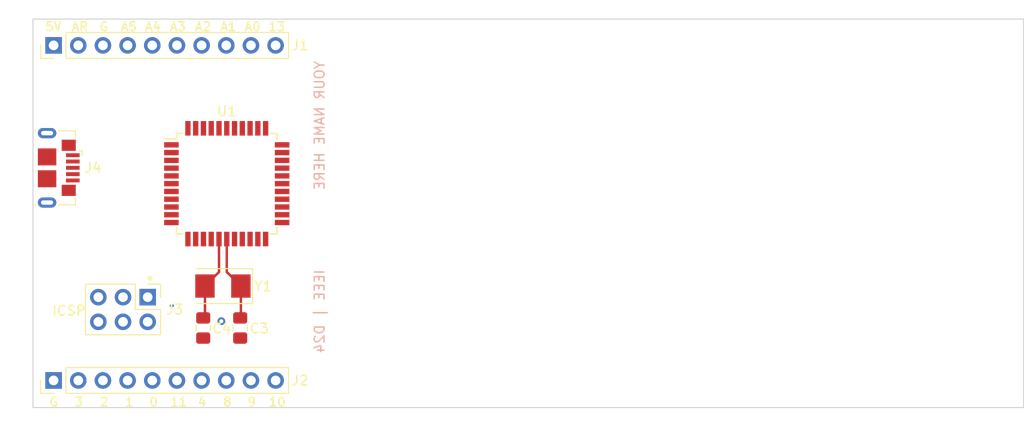
<source format=kicad_pcb>
(kicad_pcb (version 20221018) (generator pcbnew)
  (layers (0 "F.Cu" signal) (31 "B.Cu" signal) (34 "B.Paste" user) (35 "F.Paste" user) (36 "B.SilkS" user "B.Silkscreen") (37 "F.SilkS" user "F.Silkscreen") (38 "B.Mask" user) (39 "F.Mask" user) (44 "Edge.Cuts" user))
  (net 0 "")
  (net 1 "+5V")
  (net 2 "GND")
  (net 3 "Net-(U1-XTAL1)")
  (net 4 "Net-(U1-XTAL2)")
  (net 5 "Net-(U1-UCAP)")
  (net 6 "/TXLED")
  (net 7 "/RXLED")
  (net 8 "/MISO")
  (net 9 "/SCK")
  (net 10 "/MOSI")
  (net 11 "/RESET")
  (net 12 "Net-(J4-VBUS)")
  (net 13 "/U_D-")
  (net 14 "/U_D+")
  (net 17 "/D+")
  (net 18 "/D-")
  (net 19 "/LED_DIN")
  (net 20 "/AREF")
  (net 21 "/A0")
  (net 22 "/A1")
  (net 23 "/A2")
  (net 24 "/A3")
  (net 25 "/A4")
  (net 26 "/A5")
  (net 28 "/D13")
  (net 29 "/D3")
  (net 30 "/D2")
  (net 31 "/D0")
  (net 32 "/D1")
  (net 33 "/D4")
  (net 34 "/D11")
  (net 36 "/D8")
  (net 37 "/D9")
  (net 39 "/D10")
  (footprint "LOGO" (layer "F.Cu") (at 125.95 162)
    (fp_text reference "G***" hide)
    (fp_text value "LOGO" hide)
  )
  (footprint "Capacitor_SMD:C_0805_2012Metric_Pad1.18x1.45mm_HandSolder" (layer "F.Cu") (at 69.342 157.099 -90)
    (fp_text reference "C3" (at 0.051 -1.958 -180) (layer "F.SilkS"))
    (fp_text value "22pF")
    (fp_line (start -0.261252 -0.735) (end 0.261252 -0.735) (stroke (width 0.12)) (layer "F.SilkS"))
    (fp_line (start -0.261252 0.735) (end 0.261252 0.735) (stroke (width 0.12)) (layer "F.SilkS"))
    (pad "1" smd roundrect (at -1.0375 0 270) (size 1.175 1.45) (layers "F.Cu" "F.Paste" "F.Mask") (roundrect_rratio 0.2127659574) (net 3 "Net-(U1-XTAL1)"))
    (pad "2" smd roundrect (at 1.0375 0 270) (size 1.175 1.45) (layers "F.Cu" "F.Paste" "F.Mask") (roundrect_rratio 0.2127659574) (net 2 "GND"))
  )
  (footprint "Connector_PinHeader_2.54mm:PinHeader_2x03_P2.54mm_Vertical" (layer "F.Cu") (at 59.817 153.924 -90)
    (fp_text reference "J3" (at 1.276 -2.783 -180) (layer "F.SilkS"))
    (fp_text value "ICSP")
    (fp_line (start -1.33 -1.33) (end 0 -1.33) (stroke (width 0.12)) (layer "F.SilkS"))
    (fp_line (start -1.33 0) (end -1.33 -1.33) (stroke (width 0.12)) (layer "F.SilkS"))
    (fp_line (start -1.33 1.27) (end -1.33 6.41) (stroke (width 0.12)) (layer "F.SilkS"))
    (fp_line (start -1.33 1.27) (end 1.27 1.27) (stroke (width 0.12)) (layer "F.SilkS"))
    (fp_line (start -1.33 6.41) (end 3.87 6.41) (stroke (width 0.12)) (layer "F.SilkS"))
    (fp_line (start 1.27 -1.33) (end 3.87 -1.33) (stroke (width 0.12)) (layer "F.SilkS"))
    (fp_line (start 1.27 1.27) (end 1.27 -1.33) (stroke (width 0.12)) (layer "F.SilkS"))
    (fp_line (start 3.87 -1.33) (end 3.87 6.41) (stroke (width 0.12)) (layer "F.SilkS"))
    (pad "1" thru_hole rect locked (at 0 0 270) (size 1.7 1.7) (drill 1) (layers "*.Cu" "*.Mask") (net 8 "/MISO"))
    (pad "2" thru_hole oval locked (at 2.54 0 270) (size 1.7 1.7) (drill 1) (layers "*.Cu" "*.Mask") (net 1 "+5V"))
    (pad "3" thru_hole oval locked (at 0 2.54 270) (size 1.7 1.7) (drill 1) (layers "*.Cu" "*.Mask") (net 9 "/SCK"))
    (pad "4" thru_hole oval locked (at 2.54 2.54 270) (size 1.7 1.7) (drill 1) (layers "*.Cu" "*.Mask") (net 10 "/MOSI"))
    (pad "5" thru_hole oval locked (at 0 5.08 270) (size 1.7 1.7) (drill 1) (layers "*.Cu" "*.Mask") (net 11 "/RESET"))
    (pad "6" thru_hole oval locked (at 2.54 5.08 270) (size 1.7 1.7) (drill 1) (layers "*.Cu" "*.Mask") (net 2 "GND"))
  )
  (footprint "Crystal:Crystal_SMD_5032-2Pin_5.0x3.2mm" (layer "F.Cu") (at 67.564 152.781 180)
    (fp_text reference "Y1" (at -4.136 -0.019) (layer "F.SilkS"))
    (fp_text value "16MHz")
    (fp_line (start -3.05 -1.8) (end -3.05 1.8) (stroke (width 0.12)) (layer "F.SilkS"))
    (fp_line (start -3.05 1.8) (end 2.7 1.8) (stroke (width 0.12)) (layer "F.SilkS"))
    (fp_line (start 2.7 -1.8) (end -3.05 -1.8) (stroke (width 0.12)) (layer "F.SilkS"))
    (pad "1" smd rect (at -1.85 0 180) (size 2 2.4) (layers "F.Cu" "F.Paste" "F.Mask") (net 3 "Net-(U1-XTAL1)"))
    (pad "2" smd rect (at 1.85 0 180) (size 2 2.4) (layers "F.Cu" "F.Paste" "F.Mask") (net 4 "Net-(U1-XTAL2)"))
  )
  (footprint "Connector_PinHeader_2.54mm:PinHeader_1x10_P2.54mm_Vertical" (layer "F.Cu") (at 50.13 128 90)
    (fp_text reference "J1" (at 0 25.37 180) (layer "F.SilkS"))
    (fp_text value "Conn_01x10")
    (fp_line (start -1.33 -1.33) (end 0 -1.33) (stroke (width 0.12)) (layer "F.SilkS"))
    (fp_line (start -1.33 0) (end -1.33 -1.33) (stroke (width 0.12)) (layer "F.SilkS"))
    (fp_line (start -1.33 1.27) (end -1.33 24.19) (stroke (width 0.12)) (layer "F.SilkS"))
    (fp_line (start -1.33 1.27) (end 1.33 1.27) (stroke (width 0.12)) (layer "F.SilkS"))
    (fp_line (start -1.33 24.19) (end 1.33 24.19) (stroke (width 0.12)) (layer "F.SilkS"))
    (fp_line (start 1.33 1.27) (end 1.33 24.19) (stroke (width 0.12)) (layer "F.SilkS"))
    (pad "1" thru_hole rect locked (at 0 0 90) (size 1.7 1.7) (drill 1) (layers "*.Cu" "*.Mask") (net 1 "+5V"))
    (pad "2" thru_hole oval locked (at 0 2.54 90) (size 1.7 1.7) (drill 1) (layers "*.Cu" "*.Mask") (net 20 "/AREF"))
    (pad "3" thru_hole oval locked (at 0 5.08 90) (size 1.7 1.7) (drill 1) (layers "*.Cu" "*.Mask") (net 2 "GND"))
    (pad "4" thru_hole oval locked (at 0 7.62 90) (size 1.7 1.7) (drill 1) (layers "*.Cu" "*.Mask") (net 26 "/A5"))
    (pad "5" thru_hole oval locked (at 0 10.16 90) (size 1.7 1.7) (drill 1) (layers "*.Cu" "*.Mask") (net 25 "/A4"))
    (pad "6" thru_hole oval locked (at 0 12.7 90) (size 1.7 1.7) (drill 1) (layers "*.Cu" "*.Mask") (net 24 "/A3"))
    (pad "7" thru_hole oval locked (at 0 15.24 90) (size 1.7 1.7) (drill 1) (layers "*.Cu" "*.Mask") (net 23 "/A2"))
    (pad "8" thru_hole oval locked (at 0 17.78 90) (size 1.7 1.7) (drill 1) (layers "*.Cu" "*.Mask") (net 22 "/A1"))
    (pad "9" thru_hole oval locked (at 0 20.32 90) (size 1.7 1.7) (drill 1) (layers "*.Cu" "*.Mask") (net 21 "/A0"))
    (pad "10" thru_hole oval locked (at 0 22.86 90) (size 1.7 1.7) (drill 1) (layers "*.Cu" "*.Mask") (net 28 "/D13"))
  )
  (footprint "LOGO" (layer "F.Cu") (at 142.15 161.8)
    (fp_text reference "G***" hide)
    (fp_text value "LOGO" hide)
  )
  (footprint "Capacitor_SMD:C_0805_2012Metric_Pad1.18x1.45mm_HandSolder" (layer "F.Cu") (at 65.532 157.099 -90)
    (fp_text reference "C4" (at 0.051 -1.918 -180) (layer "F.SilkS"))
    (fp_text value "22pF")
    (fp_line (start -0.261252 -0.735) (end 0.261252 -0.735) (stroke (width 0.12)) (layer "F.SilkS"))
    (fp_line (start -0.261252 0.735) (end 0.261252 0.735) (stroke (width 0.12)) (layer "F.SilkS"))
    (pad "1" smd roundrect (at -1.0375 0 270) (size 1.175 1.45) (layers "F.Cu" "F.Paste" "F.Mask") (roundrect_rratio 0.2127659574) (net 4 "Net-(U1-XTAL2)"))
    (pad "2" smd roundrect (at 1.0375 0 270) (size 1.175 1.45) (layers "F.Cu" "F.Paste" "F.Mask") (roundrect_rratio 0.2127659574) (net 2 "GND"))
  )
  (footprint "Connector_PinHeader_2.54mm:PinHeader_1x10_P2.54mm_Vertical" (layer "F.Cu") (at 50.13 162.5 90)
    (fp_text reference "J2" (at 0 25.37) (layer "F.SilkS"))
    (fp_text value "Conn_01x10")
    (fp_line (start -1.33 -1.33) (end 0 -1.33) (stroke (width 0.12)) (layer "F.SilkS"))
    (fp_line (start -1.33 0) (end -1.33 -1.33) (stroke (width 0.12)) (layer "F.SilkS"))
    (fp_line (start -1.33 1.27) (end -1.33 24.19) (stroke (width 0.12)) (layer "F.SilkS"))
    (fp_line (start -1.33 1.27) (end 1.33 1.27) (stroke (width 0.12)) (layer "F.SilkS"))
    (fp_line (start -1.33 24.19) (end 1.33 24.19) (stroke (width 0.12)) (layer "F.SilkS"))
    (fp_line (start 1.33 1.27) (end 1.33 24.19) (stroke (width 0.12)) (layer "F.SilkS"))
    (pad "1" thru_hole rect locked (at 0 0 90) (size 1.7 1.7) (drill 1) (layers "*.Cu" "*.Mask") (net 2 "GND"))
    (pad "2" thru_hole oval locked (at 0 2.54 90) (size 1.7 1.7) (drill 1) (layers "*.Cu" "*.Mask") (net 29 "/D3"))
    (pad "3" thru_hole oval locked (at 0 5.08 90) (size 1.7 1.7) (drill 1) (layers "*.Cu" "*.Mask") (net 30 "/D2"))
    (pad "4" thru_hole oval locked (at 0 7.62 90) (size 1.7 1.7) (drill 1) (layers "*.Cu" "*.Mask") (net 32 "/D1"))
    (pad "5" thru_hole oval locked (at 0 10.16 90) (size 1.7 1.7) (drill 1) (layers "*.Cu" "*.Mask") (net 31 "/D0"))
    (pad "6" thru_hole oval locked (at 0 12.7 90) (size 1.7 1.7) (drill 1) (layers "*.Cu" "*.Mask") (net 34 "/D11"))
    (pad "7" thru_hole oval locked (at 0 15.24 90) (size 1.7 1.7) (drill 1) (layers "*.Cu" "*.Mask") (net 33 "/D4"))
    (pad "8" thru_hole oval locked (at 0 17.78 90) (size 1.7 1.7) (drill 1) (layers "*.Cu" "*.Mask") (net 36 "/D8"))
    (pad "9" thru_hole oval locked (at 0 20.32 90) (size 1.7 1.7) (drill 1) (layers "*.Cu" "*.Mask") (net 37 "/D9"))
    (pad "10" thru_hole oval locked (at 0 22.86 90) (size 1.7 1.7) (drill 1) (layers "*.Cu" "*.Mask") (net 39 "/D10"))
  )
  (footprint "Connector_USB:USB_Micro-B_GCT_USB3076-30-A" (layer "F.Cu") (at 50.659 140.607 -90)
    (fp_text reference "J4" (at -0.007 -3.541 -180) (layer "F.SilkS"))
    (fp_text value "USB_B_Micro")
    (fp_line (start -3.81 -1.71) (end -3.15 -1.71) (stroke (width 0.12)) (layer "F.SilkS"))
    (fp_line (start -3.81 0.02) (end -3.81 -1.71) (stroke (width 0.12)) (layer "F.SilkS"))
    (fp_line (start -3.81 2.59) (end -3.81 2.38) (stroke (width 0.12)) (layer "F.SilkS"))
    (fp_line (start -1.76 -2.41) (end -1.76 -2.02) (stroke (width 0.12)) (layer "F.SilkS"))
    (fp_line (start -1.76 -2.41) (end -1.31 -2.41) (stroke (width 0.12)) (layer "F.SilkS"))
    (fp_line (start 3.81 -1.71) (end 3.16 -1.71) (stroke (width 0.12)) (layer "F.SilkS"))
    (fp_line (start 3.81 0.02) (end 3.81 -1.71) (stroke (width 0.12)) (layer "F.SilkS"))
    (fp_line (start 3.81 2.59) (end 3.81 2.38) (stroke (width 0.12)) (layer "F.SilkS"))
    (pad "1" smd rect locked (at -1.3 -1.45 270) (size 0.4 1.4) (layers "F.Cu" "F.Paste" "F.Mask") (net 12 "Net-(J4-VBUS)"))
    (pad "2" smd rect locked (at -0.65 -1.45 270) (size 0.4 1.4) (layers "F.Cu" "F.Paste" "F.Mask") (net 13 "/U_D-"))
    (pad "3" smd rect locked (at 0 -1.45 270) (size 0.4 1.4) (layers "F.Cu" "F.Paste" "F.Mask") (net 14 "/U_D+"))
    (pad "4" smd rect locked (at 0.65 -1.45 270) (size 0.4 1.4) (layers "F.Cu" "F.Paste" "F.Mask"))
    (pad "5" smd rect locked (at 1.3 -1.45 270) (size 0.4 1.4) (layers "F.Cu" "F.Paste" "F.Mask") (net 2 "GND"))
    (pad "6" thru_hole oval locked (at -3.575 1.2 90) (size 1.05 1.9) (drill oval 0.45 1.25) (layers "*.Cu" "*.Mask"))
    (pad "6" smd rect locked (at -2.32 -1.03 270) (size 1.15 1.45) (layers "F.Cu" "F.Paste" "F.Mask"))
    (pad "6" smd rect locked (at -1.125 1.2 270) (size 1.75 1.9) (layers "F.Cu" "F.Paste" "F.Mask"))
    (pad "6" smd rect locked (at 1.125 1.2 270) (size 1.75 1.9) (layers "F.Cu" "F.Paste" "F.Mask"))
    (pad "6" smd rect locked (at 2.32 -1.03 270) (size 1.15 1.45) (layers "F.Cu" "F.Paste" "F.Mask"))
    (pad "6" thru_hole oval locked (at 3.575 1.2 270) (size 1.05 1.9) (drill oval 0.45 1.25) (layers "*.Cu" "*.Mask"))
  )
  (footprint "Package_QFP:TQFP-44_10x10mm_P0.8mm" (layer "F.Cu") (at 67.96 142.24)
    (fp_text reference "U1" (at 0 -7.45) (layer "F.SilkS"))
    (fp_text value "ATmega32U4-A")
    (fp_line (start -5.175 -5.175) (end -5.175 -4.6) (stroke (width 0.15)) (layer "F.SilkS"))
    (fp_line (start -5.175 -5.175) (end -4.5 -5.175) (stroke (width 0.15)) (layer "F.SilkS"))
    (fp_line (start -5.175 -4.6) (end -6.45 -4.6) (stroke (width 0.15)) (layer "F.SilkS"))
    (fp_line (start -5.175 5.175) (end -5.175 4.5) (stroke (width 0.15)) (layer "F.SilkS"))
    (fp_line (start -5.175 5.175) (end -4.5 5.175) (stroke (width 0.15)) (layer "F.SilkS"))
    (fp_line (start 5.175 -5.175) (end 4.5 -5.175) (stroke (width 0.15)) (layer "F.SilkS"))
    (fp_line (start 5.175 -5.175) (end 5.175 -4.5) (stroke (width 0.15)) (layer "F.SilkS"))
    (fp_line (start 5.175 5.175) (end 4.5 5.175) (stroke (width 0.15)) (layer "F.SilkS"))
    (fp_line (start 5.175 5.175) (end 5.175 4.5) (stroke (width 0.15)) (layer "F.SilkS"))
    (pad "1" smd rect locked (at -5.7 -4) (size 1.5 0.55) (layers "F.Cu" "F.Paste" "F.Mask"))
    (pad "2" smd rect locked (at -5.7 -3.2) (size 1.5 0.55) (layers "F.Cu" "F.Paste" "F.Mask") (net 1 "+5V"))
    (pad "3" smd rect locked (at -5.7 -2.4) (size 1.5 0.55) (layers "F.Cu" "F.Paste" "F.Mask") (net 18 "/D-"))
    (pad "4" smd rect locked (at -5.7 -1.6) (size 1.5 0.55) (layers "F.Cu" "F.Paste" "F.Mask") (net 17 "/D+"))
    (pad "5" smd rect locked (at -5.7 -0.8) (size 1.5 0.55) (layers "F.Cu" "F.Paste" "F.Mask") (net 2 "GND"))
    (pad "6" smd rect locked (at -5.7 0) (size 1.5 0.55) (layers "F.Cu" "F.Paste" "F.Mask") (net 5 "Net-(U1-UCAP)"))
    (pad "7" smd rect locked (at -5.7 0.8) (size 1.5 0.55) (layers "F.Cu" "F.Paste" "F.Mask") (net 1 "+5V"))
    (pad "8" smd rect locked (at -5.7 1.6) (size 1.5 0.55) (layers "F.Cu" "F.Paste" "F.Mask") (net 7 "/RXLED"))
    (pad "9" smd rect locked (at -5.7 2.4) (size 1.5 0.55) (layers "F.Cu" "F.Paste" "F.Mask") (net 9 "/SCK"))
    (pad "10" smd rect locked (at -5.7 3.2) (size 1.5 0.55) (layers "F.Cu" "F.Paste" "F.Mask") (net 10 "/MOSI"))
    (pad "11" smd rect locked (at -5.7 4) (size 1.5 0.55) (layers "F.Cu" "F.Paste" "F.Mask") (net 8 "/MISO"))
    (pad "12" smd rect locked (at -4 5.7 90) (size 1.5 0.55) (layers "F.Cu" "F.Paste" "F.Mask") (net 34 "/D11"))
    (pad "13" smd rect locked (at -3.2 5.7 90) (size 1.5 0.55) (layers "F.Cu" "F.Paste" "F.Mask") (net 11 "/RESET"))
    (pad "14" smd rect locked (at -2.4 5.7 90) (size 1.5 0.55) (layers "F.Cu" "F.Paste" "F.Mask") (net 1 "+5V"))
    (pad "15" smd rect locked (at -1.6 5.7 90) (size 1.5 0.55) (layers "F.Cu" "F.Paste" "F.Mask") (net 2 "GND"))
    (pad "16" smd rect locked (at -0.8 5.7 90) (size 1.5 0.55) (layers "F.Cu" "F.Paste" "F.Mask") (net 4 "Net-(U1-XTAL2)"))
    (pad "17" smd rect locked (at 0 5.7 90) (size 1.5 0.55) (layers "F.Cu" "F.Paste" "F.Mask") (net 3 "Net-(U1-XTAL1)"))
    (pad "18" smd rect locked (at 0.8 5.7 90) (size 1.5 0.55) (layers "F.Cu" "F.Paste" "F.Mask") (net 29 "/D3"))
    (pad "19" smd rect locked (at 1.6 5.7 90) (size 1.5 0.55) (layers "F.Cu" "F.Paste" "F.Mask") (net 30 "/D2"))
    (pad "20" smd rect locked (at 2.4 5.7 90) (size 1.5 0.55) (layers "F.Cu" "F.Paste" "F.Mask") (net 31 "/D0"))
    (pad "21" smd rect locked (at 3.2 5.7 90) (size 1.5 0.55) (layers "F.Cu" "F.Paste" "F.Mask") (net 32 "/D1"))
    (pad "22" smd rect locked (at 4 5.7 90) (size 1.5 0.55) (layers "F.Cu" "F.Paste" "F.Mask") (net 6 "/TXLED"))
    (pad "23" smd rect locked (at 5.7 4) (size 1.5 0.55) (layers "F.Cu" "F.Paste" "F.Mask") (net 2 "GND"))
    (pad "24" smd rect locked (at 5.7 3.2) (size 1.5 0.55) (layers "F.Cu" "F.Paste" "F.Mask") (net 1 "+5V"))
    (pad "25" smd rect locked (at 5.7 2.4) (size 1.5 0.55) (layers "F.Cu" "F.Paste" "F.Mask") (net 33 "/D4"))
    (pad "26" smd rect locked (at 5.7 1.6) (size 1.5 0.55) (layers "F.Cu" "F.Paste" "F.Mask"))
    (pad "27" smd rect locked (at 5.7 0.8) (size 1.5 0.55) (layers "F.Cu" "F.Paste" "F.Mask"))
    (pad "28" smd rect locked (at 5.7 0) (size 1.5 0.55) (layers "F.Cu" "F.Paste" "F.Mask") (net 36 "/D8"))
    (pad "29" smd rect locked (at 5.7 -0.8) (size 1.5 0.55) (layers "F.Cu" "F.Paste" "F.Mask") (net 37 "/D9"))
    (pad "30" smd rect locked (at 5.7 -1.6) (size 1.5 0.55) (layers "F.Cu" "F.Paste" "F.Mask") (net 39 "/D10"))
    (pad "31" smd rect locked (at 5.7 -2.4) (size 1.5 0.55) (layers "F.Cu" "F.Paste" "F.Mask") (net 19 "/LED_DIN"))
    (pad "32" smd rect locked (at 5.7 -3.2) (size 1.5 0.55) (layers "F.Cu" "F.Paste" "F.Mask") (net 28 "/D13"))
    (pad "33" smd rect locked (at 5.7 -4) (size 1.5 0.55) (layers "F.Cu" "F.Paste" "F.Mask") (net 2 "GND"))
    (pad "34" smd rect locked (at 4 -5.7 90) (size 1.5 0.55) (layers "F.Cu" "F.Paste" "F.Mask") (net 1 "+5V"))
    (pad "35" smd rect locked (at 3.2 -5.7 90) (size 1.5 0.55) (layers "F.Cu" "F.Paste" "F.Mask") (net 2 "GND"))
    (pad "36" smd rect locked (at 2.4 -5.7 90) (size 1.5 0.55) (layers "F.Cu" "F.Paste" "F.Mask") (net 21 "/A0"))
    (pad "37" smd rect locked (at 1.6 -5.7 90) (size 1.5 0.55) (layers "F.Cu" "F.Paste" "F.Mask") (net 22 "/A1"))
    (pad "38" smd rect locked (at 0.8 -5.7 90) (size 1.5 0.55) (layers "F.Cu" "F.Paste" "F.Mask") (net 23 "/A2"))
    (pad "39" smd rect locked (at 0 -5.7 90) (size 1.5 0.55) (layers "F.Cu" "F.Paste" "F.Mask") (net 24 "/A3"))
    (pad "40" smd rect locked (at -0.8 -5.7 90) (size 1.5 0.55) (layers "F.Cu" "F.Paste" "F.Mask") (net 25 "/A4"))
    (pad "41" smd rect locked (at -1.6 -5.7 90) (size 1.5 0.55) (layers "F.Cu" "F.Paste" "F.Mask") (net 26 "/A5"))
    (pad "42" smd rect locked (at -2.4 -5.7 90) (size 1.5 0.55) (layers "F.Cu" "F.Paste" "F.Mask") (net 20 "/AREF"))
    (pad "43" smd rect locked (at -3.2 -5.7 90) (size 1.5 0.55) (layers "F.Cu" "F.Paste" "F.Mask") (net 2 "GND"))
    (pad "44" smd rect locked (at -4 -5.7 90) (size 1.5 0.55) (layers "F.Cu" "F.Paste" "F.Mask") (net 1 "+5V"))
  )
  (gr_rect (start 48.006 125.292) (end 150.006 165.292) (stroke (width 0.1)) (fill none) (layer "Edge.Cuts"))
  (gr_text locked "IEEE | D24" (at 78.1 151 90) (layer "B.SilkS") (effects (font (size 1 1)) (justify left bottom mirror)))
  (gr_text "YOUR NAME HERE" (at 78.1 129.5 90) (layer "B.SilkS") (effects (font (size 1 1) (thickness 0.15) bold) (justify left bottom mirror)))
  (gr_text "." (at 59.45 152.25) (layer "F.SilkS") (effects (font (size 1.5 1.5) (thickness 0.375) bold) (justify left bottom)))
  (gr_text "8" (at 67.5 165.25) (layer "F.SilkS") (effects (font (size 0.9 0.9)) (justify left bottom)))
  (gr_text "1" (at 57.4 165.25) (layer "F.SilkS") (effects (font (size 0.9 0.9)) (justify left bottom)))
  (gr_text "13" (at 72.15 126.6) (layer "F.SilkS") (effects (font (size 0.9 0.9)) (justify left bottom)))
  (gr_text "ICSP" (at 49.9 155.9) (layer "F.SilkS") (effects (font (size 1 1)) (justify left bottom)))
  (gr_text "A3" (at 62 126.6) (layer "F.SilkS") (effects (font (size 0.9 0.9)) (justify left bottom)))
  (gr_text "A2" (at 64.6 126.6) (layer "F.SilkS") (effects (font (size 0.9 0.9)) (justify left bottom)))
  (gr_text "9" (at 70 165.25) (layer "F.SilkS") (effects (font (size 0.9 0.9)) (justify left bottom)))
  (gr_text "A5" (at 56.95 126.6) (layer "F.SilkS") (effects (font (size 0.9 0.9)) (justify left bottom)))
  (gr_text "AR" (at 51.9 126.6) (layer "F.SilkS") (effects (font (size 0.9 0.9)) (justify left bottom)))
  (gr_text "3" (at 52.2 165.25) (layer "F.SilkS") (effects (font (size 0.9 0.9)) (justify left bottom)))
  (gr_text "4" (at 64.9 165.25) (layer "F.SilkS") (effects (font (size 0.9 0.9)) (justify left bottom)))
  (gr_text "5V" (at 49.2 126.6) (layer "F.SilkS") (effects (font (size 0.9 0.9)) (justify left bottom)))
  (gr_text "A0" (at 69.7 126.6) (layer "F.SilkS") (effects (font (size 0.9 0.9)) (justify left bottom)))
  (gr_text "G" (at 54.75 126.6) (layer "F.SilkS") (effects (font (size 0.9 0.9)) (justify left bottom)))
  (gr_text "A4" (at 59.45 126.6) (layer "F.SilkS") (effects (font (size 0.9 0.9)) (justify left bottom)))
  (gr_text "A1" (at 67.2 126.6) (layer "F.SilkS") (effects (font (size 0.9 0.9)) (justify left bottom)))
  (gr_text "G" (at 49.6 165.25) (layer "F.SilkS") (effects (font (size 0.9 0.9)) (justify left bottom)))
  (gr_text "10" (at 72.2 165.25) (layer "F.SilkS") (effects (font (size 0.9 0.9)) (justify left bottom)))
  (gr_text "0" (at 59.9 165.25) (layer "F.SilkS") (effects (font (size 0.9 0.9)) (justify left bottom)))
  (gr_text "2" (at 54.8 165.25) (layer "F.SilkS") (effects (font (size 0.9 0.9)) (justify left bottom)))
  (gr_text "11" (at 62.05 165.25) (layer "F.SilkS") (effects (font (size 0.9 0.9)) (justify left bottom)))
  (via (at 67.4 156.4) (size 0.8) (drill 0.4) (layers "F.Cu" "B.Cu") (net 2))
  (segment (start 69.414 155.9895) (end 69.342 156.0615) (width 0.25) (layer "F.Cu") (net 3))
  (segment (start 67.96 151.327) (end 69.414 152.781) (width 0.25) (layer "F.Cu") (net 3))
  (segment (start 67.96 147.94) (end 67.96 151.327) (width 0.25) (layer "F.Cu") (net 3))
  (segment (start 69.414 152.781) (end 69.414 155.9895) (width 0.25) (layer "F.Cu") (net 3))
  (segment (start 65.714 152.781) (end 65.714 155.8795) (width 0.25) (layer "F.Cu") (net 4))
  (segment (start 65.714 155.8795) (end 65.532 156.0615) (width 0.25) (layer "F.Cu") (net 4))
  (segment (start 67.16 147.94) (end 67.16 151.335) (width 0.25) (layer "F.Cu") (net 4))
  (segment (start 67.16 151.335) (end 65.714 152.781) (width 0.25) (layer "F.Cu") (net 4))
  (segment (start 62.2 154.8) (end 62.4 154.8) (width 0.25) (layer "B.Cu") (net 34))
  (segment (start 70.45 162.95) (end 70.45 163) (width 0.25) (layer "F.Cu") (net 37))
)
</source>
